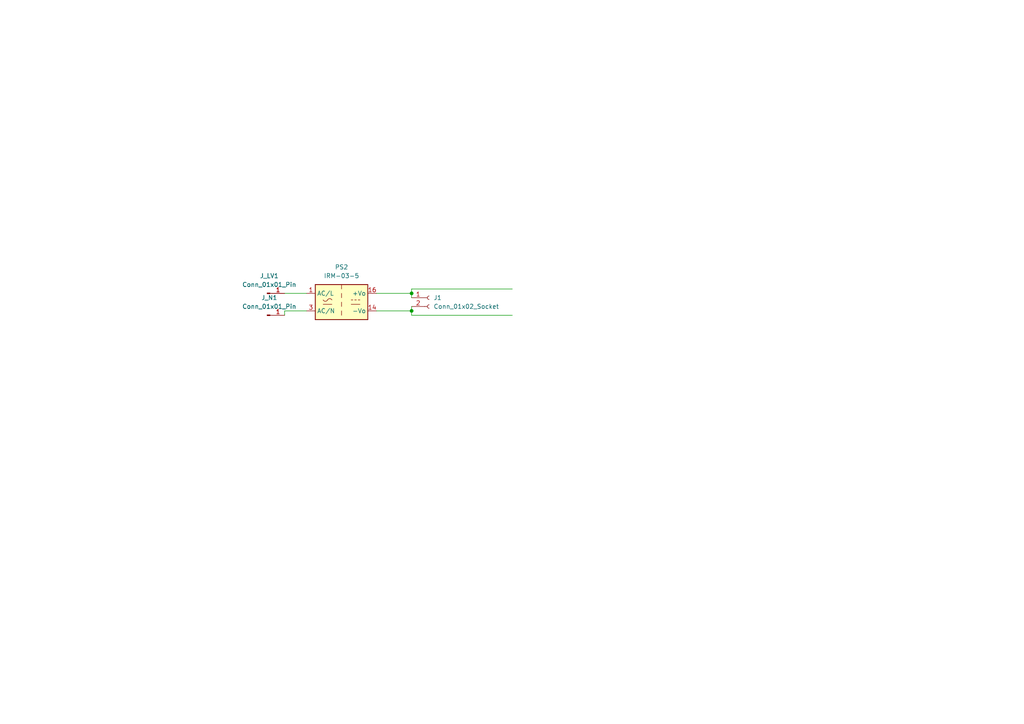
<source format=kicad_sch>
(kicad_sch (version 20231120) (generator "eeschema") (generator_version "8.0")
  (paper "A4")
  (lib_symbols
    (symbol "Connector:Conn_01x01_Pin" (pin_names (offset 1.016) hide)
      (property "Reference" "J" (at 0 2.54 0))
      (property "Value" "Conn_01x01_Pin" (at 0 -2.54 0))
      (symbol "Conn_01x01_Pin_1_1"
        (polyline (pts (xy 1.27 0) (xy 0.8636 0)) (stroke (width 0.1524)))
        (rectangle (start 0.8636 0.127) (end 0 -0.127) (stroke (width 0.1524)) (fill (type outline)))
        (pin passive line (at 5.08 0 180) (length 3.81) (name "Pin_1") (number "1"))
      )
    )
    (symbol "Connector:Conn_01x02_Socket" (pin_names (offset 1.016) hide)
      (property "Reference" "J" (at 0 2.54 0))
      (property "Value" "Conn_01x02_Socket" (at 0 -5.08 0))
      (symbol "Conn_01x02_Socket_1_1"
        (arc (start 0 -2.032) (mid -0.5058 -2.54) (end 0 -3.048) (stroke (width 0.1524)))
        (polyline (pts (xy -1.27 -2.54) (xy -0.508 -2.54)) (stroke (width 0.1524)))
        (polyline (pts (xy -1.27 0) (xy -0.508 0)) (stroke (width 0.1524)))
        (arc (start 0 0.508) (mid -0.5058 0) (end 0 -0.508) (stroke (width 0.1524)))
        (pin passive line (at -5.08 0 0) (length 3.81) (name "Pin_1") (number "1"))
        (pin passive line (at -5.08 -2.54 0) (length 3.81) (name "Pin_2") (number "2"))
      )
    )
    (symbol "Converter_ACDC:IRM-03-5"
      (property "Reference" "PS" (at 0 6.35 0))
      (property "Value" "IRM-03-5" (at 0 -6.35 0))
      (symbol "IRM-03-5_0_1"
        (rectangle (start -7.62 5.08) (end 7.62 -5.08) (stroke (width 0.254)) (fill (type background)))
        (arc (start -5.334 0.635) (mid -4.699 0.2495) (end -4.064 0.635))
        (arc (start -2.794 0.635) (mid -3.429 1.0072) (end -4.064 0.635))
        (polyline (pts (xy -5.334 -0.635) (xy -2.794 -0.635)))
        (polyline (pts (xy 0 -2.54) (xy 0 -3.81)))
        (polyline (pts (xy 0 0) (xy 0 -1.27)))
        (polyline (pts (xy 0 2.54) (xy 0 1.27)))
        (polyline (pts (xy 0 5.08) (xy 0 3.81)))
        (polyline (pts (xy 2.794 -0.635) (xy 5.334 -0.635)))
        (polyline (pts (xy 2.794 0.635) (xy 3.302 0.635)))
        (polyline (pts (xy 3.81 0.635) (xy 4.318 0.635)))
        (polyline (pts (xy 4.826 0.635) (xy 5.334 0.635)))
      )
      (symbol "IRM-03-5_1_1"
        (pin power_in line (at -10.16 2.54 0) (length 2.54) (name "AC/L") (number "1"))
        (pin power_out line (at 10.16 -2.54 180) (length 2.54) (name "-Vo") (number "14"))
        (pin power_out line (at 10.16 2.54 180) (length 2.54) (name "+Vo") (number "16"))
        (pin power_in line (at -10.16 -2.54 0) (length 2.54) (name "AC/N") (number "3"))
        (pin no_connect line (at -7.62 0 0) (length 2.54) hide (name "NC") (number "5"))
      )
    )
  )
  (junction (at 119.38 90.17))
  (junction (at 119.38 85.09))
  (wire (pts (xy 119.38 91.44) (xy 119.38 90.17)))
  (wire (pts (xy 119.38 85.09) (xy 119.38 86.36)))
  (wire (pts (xy 119.38 90.17) (xy 119.38 88.9)))
  (wire (pts (xy 148.59 83.82) (xy 119.38 83.82)))
  (wire (pts (xy 88.9 90.17) (xy 82.55 90.17)))
  (wire (pts (xy 148.59 91.44) (xy 119.38 91.44)))
  (wire (pts (xy 109.22 85.09) (xy 119.38 85.09)))
  (wire (pts (xy 109.22 90.17) (xy 119.38 90.17)))
  (wire (pts (xy 82.55 85.09) (xy 88.9 85.09)))
  (wire (pts (xy 82.55 90.17) (xy 82.55 91.44)))
  (wire (pts (xy 119.38 83.82) (xy 119.38 85.09)))
  (symbol (lib_id "Connector:Conn_01x01_Pin") (at 77.47 91.44 0) (unit 1)
    (property "Reference" "J_N1" (at 78.105 86.36 0))
    (property "Value" "Conn_01x01_Pin" (at 78.105 88.9 0))
    (property "Footprint" "Connector_Wire:SolderWire-2.5sqmm_1x01_D2.4mm_OD4.4mm" (effects (hide yes)))
    (property "Description" "Generic connector, single row, 01x01, script generated" (effects (hide yes)))
  )
  (symbol (lib_id "Connector:Conn_01x02_Socket") (at 124.46 86.36 0) (unit 1)
    (property "Reference" "J1" (at 125.73 86.3599 0) (effects (justify left)))
    (property "Value" "Conn_01x02_Socket" (at 125.73 88.8999 0) (effects (justify left)))
    (property "Footprint" "Connector_PinHeader_2.54mm:PinHeader_1x02_P2.54mm_Vertical" (effects (hide yes)))
    (property "Description" "Generic connector, single row, 01x02, script generated" (effects (hide yes)))
  )
  (symbol (lib_id "Converter_ACDC:IRM-03-5") (at 99.06 87.63 0) (unit 1)
    (property "Reference" "PS2" (at 99.06 77.47 0))
    (property "Value" "IRM-03-5" (at 99.06 80.01 0))
    (property "Footprint" "Converter_ACDC:Converter_ACDC_MeanWell_IRM-03-xx_THT" (effects (hide yes)))
    (property "Datasheet" "https://www.meanwell.com/Upload/PDF/IRM-03/IRM-03-SPEC.PDF" (effects (hide yes)))
    (property "Description" "5V, 600mA, 3W, Isolated, AC-DC, IRM03" (effects (hide yes)))
  )
  (symbol (lib_id "Connector:Conn_01x01_Pin") (at 77.47 85.09 0) (unit 1)
    (property "Reference" "J_LV1" (at 78.105 80.01 0))
    (property "Value" "Conn_01x01_Pin" (at 78.105 82.55 0))
    (property "Footprint" "Connector_Wire:SolderWire-2.5sqmm_1x01_D2.4mm_OD4.4mm" (effects (hide yes)))
    (property "Description" "Generic connector, single row, 01x01, script generated" (effects (hide yes)))
  )
)
</source>
